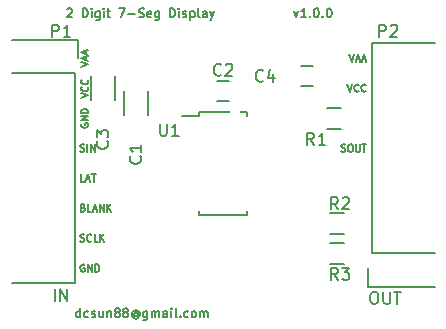
<source format=gbr>
G04 #@! TF.FileFunction,Legend,Top*
%FSLAX46Y46*%
G04 Gerber Fmt 4.6, Leading zero omitted, Abs format (unit mm)*
G04 Created by KiCad (PCBNEW (2015-06-05 BZR 5717)-product) date Sat Jul 11 20:53:22 2015*
%MOMM*%
G01*
G04 APERTURE LIST*
%ADD10C,0.100000*%
%ADD11C,0.150000*%
%ADD12R,1.600000X2.000000*%
%ADD13R,1.500000X1.250000*%
%ADD14R,1.500000X1.300000*%
%ADD15R,1.600000X0.400000*%
%ADD16R,1.400000X1.400000*%
%ADD17C,1.400000*%
%ADD18R,4.064000X1.778000*%
%ADD19R,2.032000X1.778000*%
%ADD20C,0.889000*%
%ADD21C,1.016000*%
G04 APERTURE END LIST*
D10*
D11*
X157242000Y-105624381D02*
X157432477Y-105624381D01*
X157527715Y-105672000D01*
X157622953Y-105767238D01*
X157670572Y-105957714D01*
X157670572Y-106291048D01*
X157622953Y-106481524D01*
X157527715Y-106576762D01*
X157432477Y-106624381D01*
X157242000Y-106624381D01*
X157146762Y-106576762D01*
X157051524Y-106481524D01*
X157003905Y-106291048D01*
X157003905Y-105957714D01*
X157051524Y-105767238D01*
X157146762Y-105672000D01*
X157242000Y-105624381D01*
X158099143Y-105624381D02*
X158099143Y-106433905D01*
X158146762Y-106529143D01*
X158194381Y-106576762D01*
X158289619Y-106624381D01*
X158480096Y-106624381D01*
X158575334Y-106576762D01*
X158622953Y-106529143D01*
X158670572Y-106433905D01*
X158670572Y-105624381D01*
X159003905Y-105624381D02*
X159575334Y-105624381D01*
X159289619Y-106624381D02*
X159289619Y-105624381D01*
X130286191Y-106370381D02*
X130286191Y-105370381D01*
X130762381Y-106370381D02*
X130762381Y-105370381D01*
X131333810Y-106370381D01*
X131333810Y-105370381D01*
X132513429Y-86566286D02*
X133113429Y-86366286D01*
X132513429Y-86166286D01*
X132942000Y-85994857D02*
X132942000Y-85709143D01*
X133113429Y-86052000D02*
X132513429Y-85852000D01*
X133113429Y-85652000D01*
X132942000Y-85480571D02*
X132942000Y-85194857D01*
X133113429Y-85537714D02*
X132513429Y-85337714D01*
X133113429Y-85137714D01*
X132513429Y-89192000D02*
X133113429Y-88992000D01*
X132513429Y-88792000D01*
X133056286Y-88249143D02*
X133084857Y-88277714D01*
X133113429Y-88363428D01*
X133113429Y-88420571D01*
X133084857Y-88506286D01*
X133027714Y-88563428D01*
X132970571Y-88592000D01*
X132856286Y-88620571D01*
X132770571Y-88620571D01*
X132656286Y-88592000D01*
X132599143Y-88563428D01*
X132542000Y-88506286D01*
X132513429Y-88420571D01*
X132513429Y-88363428D01*
X132542000Y-88277714D01*
X132570571Y-88249143D01*
X133056286Y-87649143D02*
X133084857Y-87677714D01*
X133113429Y-87763428D01*
X133113429Y-87820571D01*
X133084857Y-87906286D01*
X133027714Y-87963428D01*
X132970571Y-87992000D01*
X132856286Y-88020571D01*
X132770571Y-88020571D01*
X132656286Y-87992000D01*
X132599143Y-87963428D01*
X132542000Y-87906286D01*
X132513429Y-87820571D01*
X132513429Y-87763428D01*
X132542000Y-87677714D01*
X132570571Y-87649143D01*
X150538857Y-81881286D02*
X150717428Y-82381286D01*
X150896000Y-81881286D01*
X151574572Y-82381286D02*
X151146000Y-82381286D01*
X151360286Y-82381286D02*
X151360286Y-81631286D01*
X151288857Y-81738429D01*
X151217429Y-81809857D01*
X151146000Y-81845571D01*
X151896000Y-82309857D02*
X151931715Y-82345571D01*
X151896000Y-82381286D01*
X151860286Y-82345571D01*
X151896000Y-82309857D01*
X151896000Y-82381286D01*
X152396001Y-81631286D02*
X152467429Y-81631286D01*
X152538858Y-81667000D01*
X152574572Y-81702714D01*
X152610286Y-81774143D01*
X152646001Y-81917000D01*
X152646001Y-82095571D01*
X152610286Y-82238429D01*
X152574572Y-82309857D01*
X152538858Y-82345571D01*
X152467429Y-82381286D01*
X152396001Y-82381286D01*
X152324572Y-82345571D01*
X152288858Y-82309857D01*
X152253143Y-82238429D01*
X152217429Y-82095571D01*
X152217429Y-81917000D01*
X152253143Y-81774143D01*
X152288858Y-81702714D01*
X152324572Y-81667000D01*
X152396001Y-81631286D01*
X152967429Y-82309857D02*
X153003144Y-82345571D01*
X152967429Y-82381286D01*
X152931715Y-82345571D01*
X152967429Y-82309857D01*
X152967429Y-82381286D01*
X153467430Y-81631286D02*
X153538858Y-81631286D01*
X153610287Y-81667000D01*
X153646001Y-81702714D01*
X153681715Y-81774143D01*
X153717430Y-81917000D01*
X153717430Y-82095571D01*
X153681715Y-82238429D01*
X153646001Y-82309857D01*
X153610287Y-82345571D01*
X153538858Y-82381286D01*
X153467430Y-82381286D01*
X153396001Y-82345571D01*
X153360287Y-82309857D01*
X153324572Y-82238429D01*
X153288858Y-82095571D01*
X153288858Y-81917000D01*
X153324572Y-81774143D01*
X153360287Y-81702714D01*
X153396001Y-81667000D01*
X153467430Y-81631286D01*
X131326714Y-81702714D02*
X131362428Y-81667000D01*
X131433857Y-81631286D01*
X131612428Y-81631286D01*
X131683857Y-81667000D01*
X131719571Y-81702714D01*
X131755286Y-81774143D01*
X131755286Y-81845571D01*
X131719571Y-81952714D01*
X131291000Y-82381286D01*
X131755286Y-82381286D01*
X132648143Y-82381286D02*
X132648143Y-81631286D01*
X132826715Y-81631286D01*
X132933858Y-81667000D01*
X133005286Y-81738429D01*
X133041001Y-81809857D01*
X133076715Y-81952714D01*
X133076715Y-82059857D01*
X133041001Y-82202714D01*
X133005286Y-82274143D01*
X132933858Y-82345571D01*
X132826715Y-82381286D01*
X132648143Y-82381286D01*
X133398143Y-82381286D02*
X133398143Y-81881286D01*
X133398143Y-81631286D02*
X133362429Y-81667000D01*
X133398143Y-81702714D01*
X133433858Y-81667000D01*
X133398143Y-81631286D01*
X133398143Y-81702714D01*
X134076715Y-81881286D02*
X134076715Y-82488429D01*
X134041001Y-82559857D01*
X134005286Y-82595571D01*
X133933858Y-82631286D01*
X133826715Y-82631286D01*
X133755286Y-82595571D01*
X134076715Y-82345571D02*
X134005286Y-82381286D01*
X133862429Y-82381286D01*
X133791001Y-82345571D01*
X133755286Y-82309857D01*
X133719572Y-82238429D01*
X133719572Y-82024143D01*
X133755286Y-81952714D01*
X133791001Y-81917000D01*
X133862429Y-81881286D01*
X134005286Y-81881286D01*
X134076715Y-81917000D01*
X134433857Y-82381286D02*
X134433857Y-81881286D01*
X134433857Y-81631286D02*
X134398143Y-81667000D01*
X134433857Y-81702714D01*
X134469572Y-81667000D01*
X134433857Y-81631286D01*
X134433857Y-81702714D01*
X134683858Y-81881286D02*
X134969572Y-81881286D01*
X134791000Y-81631286D02*
X134791000Y-82274143D01*
X134826715Y-82345571D01*
X134898143Y-82381286D01*
X134969572Y-82381286D01*
X135719572Y-81631286D02*
X136219572Y-81631286D01*
X135898143Y-82381286D01*
X136505286Y-82095571D02*
X137076715Y-82095571D01*
X137398143Y-82345571D02*
X137505286Y-82381286D01*
X137683857Y-82381286D01*
X137755286Y-82345571D01*
X137791000Y-82309857D01*
X137826715Y-82238429D01*
X137826715Y-82167000D01*
X137791000Y-82095571D01*
X137755286Y-82059857D01*
X137683857Y-82024143D01*
X137541000Y-81988429D01*
X137469572Y-81952714D01*
X137433857Y-81917000D01*
X137398143Y-81845571D01*
X137398143Y-81774143D01*
X137433857Y-81702714D01*
X137469572Y-81667000D01*
X137541000Y-81631286D01*
X137719572Y-81631286D01*
X137826715Y-81667000D01*
X138433858Y-82345571D02*
X138362429Y-82381286D01*
X138219572Y-82381286D01*
X138148143Y-82345571D01*
X138112429Y-82274143D01*
X138112429Y-81988429D01*
X138148143Y-81917000D01*
X138219572Y-81881286D01*
X138362429Y-81881286D01*
X138433858Y-81917000D01*
X138469572Y-81988429D01*
X138469572Y-82059857D01*
X138112429Y-82131286D01*
X139112429Y-81881286D02*
X139112429Y-82488429D01*
X139076715Y-82559857D01*
X139041000Y-82595571D01*
X138969572Y-82631286D01*
X138862429Y-82631286D01*
X138791000Y-82595571D01*
X139112429Y-82345571D02*
X139041000Y-82381286D01*
X138898143Y-82381286D01*
X138826715Y-82345571D01*
X138791000Y-82309857D01*
X138755286Y-82238429D01*
X138755286Y-82024143D01*
X138791000Y-81952714D01*
X138826715Y-81917000D01*
X138898143Y-81881286D01*
X139041000Y-81881286D01*
X139112429Y-81917000D01*
X140041000Y-82381286D02*
X140041000Y-81631286D01*
X140219572Y-81631286D01*
X140326715Y-81667000D01*
X140398143Y-81738429D01*
X140433858Y-81809857D01*
X140469572Y-81952714D01*
X140469572Y-82059857D01*
X140433858Y-82202714D01*
X140398143Y-82274143D01*
X140326715Y-82345571D01*
X140219572Y-82381286D01*
X140041000Y-82381286D01*
X140791000Y-82381286D02*
X140791000Y-81881286D01*
X140791000Y-81631286D02*
X140755286Y-81667000D01*
X140791000Y-81702714D01*
X140826715Y-81667000D01*
X140791000Y-81631286D01*
X140791000Y-81702714D01*
X141112429Y-82345571D02*
X141183858Y-82381286D01*
X141326715Y-82381286D01*
X141398143Y-82345571D01*
X141433858Y-82274143D01*
X141433858Y-82238429D01*
X141398143Y-82167000D01*
X141326715Y-82131286D01*
X141219572Y-82131286D01*
X141148143Y-82095571D01*
X141112429Y-82024143D01*
X141112429Y-81988429D01*
X141148143Y-81917000D01*
X141219572Y-81881286D01*
X141326715Y-81881286D01*
X141398143Y-81917000D01*
X141755286Y-81881286D02*
X141755286Y-82631286D01*
X141755286Y-81917000D02*
X141826715Y-81881286D01*
X141969572Y-81881286D01*
X142041001Y-81917000D01*
X142076715Y-81952714D01*
X142112429Y-82024143D01*
X142112429Y-82238429D01*
X142076715Y-82309857D01*
X142041001Y-82345571D01*
X141969572Y-82381286D01*
X141826715Y-82381286D01*
X141755286Y-82345571D01*
X142541000Y-82381286D02*
X142469572Y-82345571D01*
X142433857Y-82274143D01*
X142433857Y-81631286D01*
X143148143Y-82381286D02*
X143148143Y-81988429D01*
X143112429Y-81917000D01*
X143041000Y-81881286D01*
X142898143Y-81881286D01*
X142826714Y-81917000D01*
X143148143Y-82345571D02*
X143076714Y-82381286D01*
X142898143Y-82381286D01*
X142826714Y-82345571D01*
X142791000Y-82274143D01*
X142791000Y-82202714D01*
X142826714Y-82131286D01*
X142898143Y-82095571D01*
X143076714Y-82095571D01*
X143148143Y-82059857D01*
X143433857Y-81881286D02*
X143612428Y-82381286D01*
X143791000Y-81881286D02*
X143612428Y-82381286D01*
X143541000Y-82559857D01*
X143505285Y-82595571D01*
X143433857Y-82631286D01*
X132435858Y-107781286D02*
X132435858Y-107031286D01*
X132435858Y-107745571D02*
X132364429Y-107781286D01*
X132221572Y-107781286D01*
X132150144Y-107745571D01*
X132114429Y-107709857D01*
X132078715Y-107638429D01*
X132078715Y-107424143D01*
X132114429Y-107352714D01*
X132150144Y-107317000D01*
X132221572Y-107281286D01*
X132364429Y-107281286D01*
X132435858Y-107317000D01*
X133114429Y-107745571D02*
X133043000Y-107781286D01*
X132900143Y-107781286D01*
X132828715Y-107745571D01*
X132793000Y-107709857D01*
X132757286Y-107638429D01*
X132757286Y-107424143D01*
X132793000Y-107352714D01*
X132828715Y-107317000D01*
X132900143Y-107281286D01*
X133043000Y-107281286D01*
X133114429Y-107317000D01*
X133400143Y-107745571D02*
X133471572Y-107781286D01*
X133614429Y-107781286D01*
X133685857Y-107745571D01*
X133721572Y-107674143D01*
X133721572Y-107638429D01*
X133685857Y-107567000D01*
X133614429Y-107531286D01*
X133507286Y-107531286D01*
X133435857Y-107495571D01*
X133400143Y-107424143D01*
X133400143Y-107388429D01*
X133435857Y-107317000D01*
X133507286Y-107281286D01*
X133614429Y-107281286D01*
X133685857Y-107317000D01*
X134364429Y-107281286D02*
X134364429Y-107781286D01*
X134043000Y-107281286D02*
X134043000Y-107674143D01*
X134078715Y-107745571D01*
X134150143Y-107781286D01*
X134257286Y-107781286D01*
X134328715Y-107745571D01*
X134364429Y-107709857D01*
X134721571Y-107281286D02*
X134721571Y-107781286D01*
X134721571Y-107352714D02*
X134757286Y-107317000D01*
X134828714Y-107281286D01*
X134935857Y-107281286D01*
X135007286Y-107317000D01*
X135043000Y-107388429D01*
X135043000Y-107781286D01*
X135507285Y-107352714D02*
X135435857Y-107317000D01*
X135400142Y-107281286D01*
X135364428Y-107209857D01*
X135364428Y-107174143D01*
X135400142Y-107102714D01*
X135435857Y-107067000D01*
X135507285Y-107031286D01*
X135650142Y-107031286D01*
X135721571Y-107067000D01*
X135757285Y-107102714D01*
X135793000Y-107174143D01*
X135793000Y-107209857D01*
X135757285Y-107281286D01*
X135721571Y-107317000D01*
X135650142Y-107352714D01*
X135507285Y-107352714D01*
X135435857Y-107388429D01*
X135400142Y-107424143D01*
X135364428Y-107495571D01*
X135364428Y-107638429D01*
X135400142Y-107709857D01*
X135435857Y-107745571D01*
X135507285Y-107781286D01*
X135650142Y-107781286D01*
X135721571Y-107745571D01*
X135757285Y-107709857D01*
X135793000Y-107638429D01*
X135793000Y-107495571D01*
X135757285Y-107424143D01*
X135721571Y-107388429D01*
X135650142Y-107352714D01*
X136221571Y-107352714D02*
X136150143Y-107317000D01*
X136114428Y-107281286D01*
X136078714Y-107209857D01*
X136078714Y-107174143D01*
X136114428Y-107102714D01*
X136150143Y-107067000D01*
X136221571Y-107031286D01*
X136364428Y-107031286D01*
X136435857Y-107067000D01*
X136471571Y-107102714D01*
X136507286Y-107174143D01*
X136507286Y-107209857D01*
X136471571Y-107281286D01*
X136435857Y-107317000D01*
X136364428Y-107352714D01*
X136221571Y-107352714D01*
X136150143Y-107388429D01*
X136114428Y-107424143D01*
X136078714Y-107495571D01*
X136078714Y-107638429D01*
X136114428Y-107709857D01*
X136150143Y-107745571D01*
X136221571Y-107781286D01*
X136364428Y-107781286D01*
X136435857Y-107745571D01*
X136471571Y-107709857D01*
X136507286Y-107638429D01*
X136507286Y-107495571D01*
X136471571Y-107424143D01*
X136435857Y-107388429D01*
X136364428Y-107352714D01*
X137293000Y-107424143D02*
X137257286Y-107388429D01*
X137185857Y-107352714D01*
X137114429Y-107352714D01*
X137043000Y-107388429D01*
X137007286Y-107424143D01*
X136971572Y-107495571D01*
X136971572Y-107567000D01*
X137007286Y-107638429D01*
X137043000Y-107674143D01*
X137114429Y-107709857D01*
X137185857Y-107709857D01*
X137257286Y-107674143D01*
X137293000Y-107638429D01*
X137293000Y-107352714D02*
X137293000Y-107638429D01*
X137328714Y-107674143D01*
X137364429Y-107674143D01*
X137435857Y-107638429D01*
X137471572Y-107567000D01*
X137471572Y-107388429D01*
X137400143Y-107281286D01*
X137293000Y-107209857D01*
X137150143Y-107174143D01*
X137007286Y-107209857D01*
X136900143Y-107281286D01*
X136828714Y-107388429D01*
X136793000Y-107531286D01*
X136828714Y-107674143D01*
X136900143Y-107781286D01*
X137007286Y-107852714D01*
X137150143Y-107888429D01*
X137293000Y-107852714D01*
X137400143Y-107781286D01*
X138114429Y-107281286D02*
X138114429Y-107888429D01*
X138078715Y-107959857D01*
X138043000Y-107995571D01*
X137971572Y-108031286D01*
X137864429Y-108031286D01*
X137793000Y-107995571D01*
X138114429Y-107745571D02*
X138043000Y-107781286D01*
X137900143Y-107781286D01*
X137828715Y-107745571D01*
X137793000Y-107709857D01*
X137757286Y-107638429D01*
X137757286Y-107424143D01*
X137793000Y-107352714D01*
X137828715Y-107317000D01*
X137900143Y-107281286D01*
X138043000Y-107281286D01*
X138114429Y-107317000D01*
X138471571Y-107781286D02*
X138471571Y-107281286D01*
X138471571Y-107352714D02*
X138507286Y-107317000D01*
X138578714Y-107281286D01*
X138685857Y-107281286D01*
X138757286Y-107317000D01*
X138793000Y-107388429D01*
X138793000Y-107781286D01*
X138793000Y-107388429D02*
X138828714Y-107317000D01*
X138900143Y-107281286D01*
X139007286Y-107281286D01*
X139078714Y-107317000D01*
X139114429Y-107388429D01*
X139114429Y-107781286D01*
X139793000Y-107781286D02*
X139793000Y-107388429D01*
X139757286Y-107317000D01*
X139685857Y-107281286D01*
X139543000Y-107281286D01*
X139471571Y-107317000D01*
X139793000Y-107745571D02*
X139721571Y-107781286D01*
X139543000Y-107781286D01*
X139471571Y-107745571D01*
X139435857Y-107674143D01*
X139435857Y-107602714D01*
X139471571Y-107531286D01*
X139543000Y-107495571D01*
X139721571Y-107495571D01*
X139793000Y-107459857D01*
X140150142Y-107781286D02*
X140150142Y-107281286D01*
X140150142Y-107031286D02*
X140114428Y-107067000D01*
X140150142Y-107102714D01*
X140185857Y-107067000D01*
X140150142Y-107031286D01*
X140150142Y-107102714D01*
X140614428Y-107781286D02*
X140543000Y-107745571D01*
X140507285Y-107674143D01*
X140507285Y-107031286D01*
X140900142Y-107709857D02*
X140935857Y-107745571D01*
X140900142Y-107781286D01*
X140864428Y-107745571D01*
X140900142Y-107709857D01*
X140900142Y-107781286D01*
X141578714Y-107745571D02*
X141507285Y-107781286D01*
X141364428Y-107781286D01*
X141293000Y-107745571D01*
X141257285Y-107709857D01*
X141221571Y-107638429D01*
X141221571Y-107424143D01*
X141257285Y-107352714D01*
X141293000Y-107317000D01*
X141364428Y-107281286D01*
X141507285Y-107281286D01*
X141578714Y-107317000D01*
X142007285Y-107781286D02*
X141935857Y-107745571D01*
X141900142Y-107709857D01*
X141864428Y-107638429D01*
X141864428Y-107424143D01*
X141900142Y-107352714D01*
X141935857Y-107317000D01*
X142007285Y-107281286D01*
X142114428Y-107281286D01*
X142185857Y-107317000D01*
X142221571Y-107352714D01*
X142257285Y-107424143D01*
X142257285Y-107638429D01*
X142221571Y-107709857D01*
X142185857Y-107745571D01*
X142114428Y-107781286D01*
X142007285Y-107781286D01*
X142578713Y-107781286D02*
X142578713Y-107281286D01*
X142578713Y-107352714D02*
X142614428Y-107317000D01*
X142685856Y-107281286D01*
X142792999Y-107281286D01*
X142864428Y-107317000D01*
X142900142Y-107388429D01*
X142900142Y-107781286D01*
X142900142Y-107388429D02*
X142935856Y-107317000D01*
X143007285Y-107281286D01*
X143114428Y-107281286D01*
X143185856Y-107317000D01*
X143221571Y-107388429D01*
X143221571Y-107781286D01*
X154546572Y-93714857D02*
X154632286Y-93743429D01*
X154775143Y-93743429D01*
X154832286Y-93714857D01*
X154860857Y-93686286D01*
X154889429Y-93629143D01*
X154889429Y-93572000D01*
X154860857Y-93514857D01*
X154832286Y-93486286D01*
X154775143Y-93457714D01*
X154660857Y-93429143D01*
X154603715Y-93400571D01*
X154575143Y-93372000D01*
X154546572Y-93314857D01*
X154546572Y-93257714D01*
X154575143Y-93200571D01*
X154603715Y-93172000D01*
X154660857Y-93143429D01*
X154803715Y-93143429D01*
X154889429Y-93172000D01*
X155260858Y-93143429D02*
X155375144Y-93143429D01*
X155432286Y-93172000D01*
X155489429Y-93229143D01*
X155518001Y-93343429D01*
X155518001Y-93543429D01*
X155489429Y-93657714D01*
X155432286Y-93714857D01*
X155375144Y-93743429D01*
X155260858Y-93743429D01*
X155203715Y-93714857D01*
X155146572Y-93657714D01*
X155118001Y-93543429D01*
X155118001Y-93343429D01*
X155146572Y-93229143D01*
X155203715Y-93172000D01*
X155260858Y-93143429D01*
X155775143Y-93143429D02*
X155775143Y-93629143D01*
X155803715Y-93686286D01*
X155832286Y-93714857D01*
X155889429Y-93743429D01*
X156003715Y-93743429D01*
X156060857Y-93714857D01*
X156089429Y-93686286D01*
X156118000Y-93629143D01*
X156118000Y-93143429D01*
X156318000Y-93143429D02*
X156660857Y-93143429D01*
X156489428Y-93743429D02*
X156489428Y-93143429D01*
X155232285Y-85523429D02*
X155432285Y-86123429D01*
X155632285Y-85523429D01*
X155803714Y-85952000D02*
X156089428Y-85952000D01*
X155746571Y-86123429D02*
X155946571Y-85523429D01*
X156146571Y-86123429D01*
X156318000Y-85952000D02*
X156603714Y-85952000D01*
X156260857Y-86123429D02*
X156460857Y-85523429D01*
X156660857Y-86123429D01*
X155060857Y-88063429D02*
X155260857Y-88663429D01*
X155460857Y-88063429D01*
X156003714Y-88606286D02*
X155975143Y-88634857D01*
X155889429Y-88663429D01*
X155832286Y-88663429D01*
X155746571Y-88634857D01*
X155689429Y-88577714D01*
X155660857Y-88520571D01*
X155632286Y-88406286D01*
X155632286Y-88320571D01*
X155660857Y-88206286D01*
X155689429Y-88149143D01*
X155746571Y-88092000D01*
X155832286Y-88063429D01*
X155889429Y-88063429D01*
X155975143Y-88092000D01*
X156003714Y-88120571D01*
X156603714Y-88606286D02*
X156575143Y-88634857D01*
X156489429Y-88663429D01*
X156432286Y-88663429D01*
X156346571Y-88634857D01*
X156289429Y-88577714D01*
X156260857Y-88520571D01*
X156232286Y-88406286D01*
X156232286Y-88320571D01*
X156260857Y-88206286D01*
X156289429Y-88149143D01*
X156346571Y-88092000D01*
X156432286Y-88063429D01*
X156489429Y-88063429D01*
X156575143Y-88092000D01*
X156603714Y-88120571D01*
X132542000Y-91389142D02*
X132513429Y-91446285D01*
X132513429Y-91531999D01*
X132542000Y-91617714D01*
X132599143Y-91674856D01*
X132656286Y-91703428D01*
X132770571Y-91731999D01*
X132856286Y-91731999D01*
X132970571Y-91703428D01*
X133027714Y-91674856D01*
X133084857Y-91617714D01*
X133113429Y-91531999D01*
X133113429Y-91474856D01*
X133084857Y-91389142D01*
X133056286Y-91360571D01*
X132856286Y-91360571D01*
X132856286Y-91474856D01*
X133113429Y-91103428D02*
X132513429Y-91103428D01*
X133113429Y-90760571D01*
X132513429Y-90760571D01*
X133113429Y-90474857D02*
X132513429Y-90474857D01*
X132513429Y-90332000D01*
X132542000Y-90246285D01*
X132599143Y-90189143D01*
X132656286Y-90160571D01*
X132770571Y-90132000D01*
X132856286Y-90132000D01*
X132970571Y-90160571D01*
X133027714Y-90189143D01*
X133084857Y-90246285D01*
X133113429Y-90332000D01*
X133113429Y-90474857D01*
X132448286Y-93714857D02*
X132534000Y-93743429D01*
X132676857Y-93743429D01*
X132734000Y-93714857D01*
X132762571Y-93686286D01*
X132791143Y-93629143D01*
X132791143Y-93572000D01*
X132762571Y-93514857D01*
X132734000Y-93486286D01*
X132676857Y-93457714D01*
X132562571Y-93429143D01*
X132505429Y-93400571D01*
X132476857Y-93372000D01*
X132448286Y-93314857D01*
X132448286Y-93257714D01*
X132476857Y-93200571D01*
X132505429Y-93172000D01*
X132562571Y-93143429D01*
X132705429Y-93143429D01*
X132791143Y-93172000D01*
X133048286Y-93743429D02*
X133048286Y-93143429D01*
X133334000Y-93743429D02*
X133334000Y-93143429D01*
X133676857Y-93743429D01*
X133676857Y-93143429D01*
X132762571Y-96283429D02*
X132476857Y-96283429D01*
X132476857Y-95683429D01*
X132934000Y-96112000D02*
X133219714Y-96112000D01*
X132876857Y-96283429D02*
X133076857Y-95683429D01*
X133276857Y-96283429D01*
X133391143Y-95683429D02*
X133734000Y-95683429D01*
X133562571Y-96283429D02*
X133562571Y-95683429D01*
X132676857Y-98509143D02*
X132762571Y-98537714D01*
X132791143Y-98566286D01*
X132819714Y-98623429D01*
X132819714Y-98709143D01*
X132791143Y-98766286D01*
X132762571Y-98794857D01*
X132705429Y-98823429D01*
X132476857Y-98823429D01*
X132476857Y-98223429D01*
X132676857Y-98223429D01*
X132734000Y-98252000D01*
X132762571Y-98280571D01*
X132791143Y-98337714D01*
X132791143Y-98394857D01*
X132762571Y-98452000D01*
X132734000Y-98480571D01*
X132676857Y-98509143D01*
X132476857Y-98509143D01*
X133362571Y-98823429D02*
X133076857Y-98823429D01*
X133076857Y-98223429D01*
X133534000Y-98652000D02*
X133819714Y-98652000D01*
X133476857Y-98823429D02*
X133676857Y-98223429D01*
X133876857Y-98823429D01*
X134076857Y-98823429D02*
X134076857Y-98223429D01*
X134419714Y-98823429D01*
X134419714Y-98223429D01*
X134705428Y-98823429D02*
X134705428Y-98223429D01*
X135048285Y-98823429D02*
X134791142Y-98480571D01*
X135048285Y-98223429D02*
X134705428Y-98566286D01*
X132448286Y-101334857D02*
X132534000Y-101363429D01*
X132676857Y-101363429D01*
X132734000Y-101334857D01*
X132762571Y-101306286D01*
X132791143Y-101249143D01*
X132791143Y-101192000D01*
X132762571Y-101134857D01*
X132734000Y-101106286D01*
X132676857Y-101077714D01*
X132562571Y-101049143D01*
X132505429Y-101020571D01*
X132476857Y-100992000D01*
X132448286Y-100934857D01*
X132448286Y-100877714D01*
X132476857Y-100820571D01*
X132505429Y-100792000D01*
X132562571Y-100763429D01*
X132705429Y-100763429D01*
X132791143Y-100792000D01*
X133391143Y-101306286D02*
X133362572Y-101334857D01*
X133276858Y-101363429D01*
X133219715Y-101363429D01*
X133134000Y-101334857D01*
X133076858Y-101277714D01*
X133048286Y-101220571D01*
X133019715Y-101106286D01*
X133019715Y-101020571D01*
X133048286Y-100906286D01*
X133076858Y-100849143D01*
X133134000Y-100792000D01*
X133219715Y-100763429D01*
X133276858Y-100763429D01*
X133362572Y-100792000D01*
X133391143Y-100820571D01*
X133934000Y-101363429D02*
X133648286Y-101363429D01*
X133648286Y-100763429D01*
X134134000Y-101363429D02*
X134134000Y-100763429D01*
X134476857Y-101363429D02*
X134219714Y-101020571D01*
X134476857Y-100763429D02*
X134134000Y-101106286D01*
X132791143Y-103332000D02*
X132734000Y-103303429D01*
X132648286Y-103303429D01*
X132562571Y-103332000D01*
X132505429Y-103389143D01*
X132476857Y-103446286D01*
X132448286Y-103560571D01*
X132448286Y-103646286D01*
X132476857Y-103760571D01*
X132505429Y-103817714D01*
X132562571Y-103874857D01*
X132648286Y-103903429D01*
X132705429Y-103903429D01*
X132791143Y-103874857D01*
X132819714Y-103846286D01*
X132819714Y-103646286D01*
X132705429Y-103646286D01*
X133076857Y-103903429D02*
X133076857Y-103303429D01*
X133419714Y-103903429D01*
X133419714Y-103303429D01*
X133705428Y-103903429D02*
X133705428Y-103303429D01*
X133848285Y-103303429D01*
X133934000Y-103332000D01*
X133991142Y-103389143D01*
X134019714Y-103446286D01*
X134048285Y-103560571D01*
X134048285Y-103646286D01*
X134019714Y-103760571D01*
X133991142Y-103817714D01*
X133934000Y-103874857D01*
X133848285Y-103903429D01*
X133705428Y-103903429D01*
X138185000Y-90662000D02*
X138185000Y-88662000D01*
X136135000Y-88662000D02*
X136135000Y-90662000D01*
X144026000Y-89496000D02*
X145026000Y-89496000D01*
X145026000Y-87796000D02*
X144026000Y-87796000D01*
X135391000Y-89392000D02*
X135391000Y-87392000D01*
X133341000Y-87392000D02*
X133341000Y-89392000D01*
X152138000Y-86526000D02*
X151138000Y-86526000D01*
X151138000Y-88226000D02*
X152138000Y-88226000D01*
X154524000Y-91807000D02*
X153324000Y-91807000D01*
X153324000Y-90057000D02*
X154524000Y-90057000D01*
X154778000Y-100697000D02*
X153578000Y-100697000D01*
X153578000Y-98947000D02*
X154778000Y-98947000D01*
X153578000Y-101487000D02*
X154778000Y-101487000D01*
X154778000Y-103237000D02*
X153578000Y-103237000D01*
X142526000Y-90359500D02*
X142526000Y-90724500D01*
X146526000Y-90359500D02*
X146526000Y-90724500D01*
X146526000Y-99124500D02*
X146526000Y-98759500D01*
X142526000Y-99124500D02*
X142526000Y-98759500D01*
X142526000Y-90359500D02*
X146526000Y-90359500D01*
X142526000Y-99124500D02*
X146526000Y-99124500D01*
X142526000Y-90724500D02*
X141026000Y-90724500D01*
X131953000Y-87122000D02*
X131953000Y-104902000D01*
X131953000Y-104902000D02*
X126619000Y-104902000D01*
X132233000Y-84302000D02*
X132233000Y-85852000D01*
X131953000Y-87122000D02*
X126619000Y-87122000D01*
X126619000Y-84302000D02*
X132233000Y-84302000D01*
X157099000Y-102362000D02*
X157099000Y-84582000D01*
X157099000Y-84582000D02*
X162433000Y-84582000D01*
X156819000Y-105182000D02*
X156819000Y-103632000D01*
X157099000Y-102362000D02*
X162433000Y-102362000D01*
X162433000Y-105182000D02*
X156819000Y-105182000D01*
X137517143Y-94146666D02*
X137564762Y-94194285D01*
X137612381Y-94337142D01*
X137612381Y-94432380D01*
X137564762Y-94575238D01*
X137469524Y-94670476D01*
X137374286Y-94718095D01*
X137183810Y-94765714D01*
X137040952Y-94765714D01*
X136850476Y-94718095D01*
X136755238Y-94670476D01*
X136660000Y-94575238D01*
X136612381Y-94432380D01*
X136612381Y-94337142D01*
X136660000Y-94194285D01*
X136707619Y-94146666D01*
X137612381Y-93194285D02*
X137612381Y-93765714D01*
X137612381Y-93480000D02*
X136612381Y-93480000D01*
X136755238Y-93575238D01*
X136850476Y-93670476D01*
X136898095Y-93765714D01*
X144359334Y-87225143D02*
X144311715Y-87272762D01*
X144168858Y-87320381D01*
X144073620Y-87320381D01*
X143930762Y-87272762D01*
X143835524Y-87177524D01*
X143787905Y-87082286D01*
X143740286Y-86891810D01*
X143740286Y-86748952D01*
X143787905Y-86558476D01*
X143835524Y-86463238D01*
X143930762Y-86368000D01*
X144073620Y-86320381D01*
X144168858Y-86320381D01*
X144311715Y-86368000D01*
X144359334Y-86415619D01*
X144740286Y-86415619D02*
X144787905Y-86368000D01*
X144883143Y-86320381D01*
X145121239Y-86320381D01*
X145216477Y-86368000D01*
X145264096Y-86415619D01*
X145311715Y-86510857D01*
X145311715Y-86606095D01*
X145264096Y-86748952D01*
X144692667Y-87320381D01*
X145311715Y-87320381D01*
X134723143Y-92876666D02*
X134770762Y-92924285D01*
X134818381Y-93067142D01*
X134818381Y-93162380D01*
X134770762Y-93305238D01*
X134675524Y-93400476D01*
X134580286Y-93448095D01*
X134389810Y-93495714D01*
X134246952Y-93495714D01*
X134056476Y-93448095D01*
X133961238Y-93400476D01*
X133866000Y-93305238D01*
X133818381Y-93162380D01*
X133818381Y-93067142D01*
X133866000Y-92924285D01*
X133913619Y-92876666D01*
X133818381Y-92543333D02*
X133818381Y-91924285D01*
X134199333Y-92257619D01*
X134199333Y-92114761D01*
X134246952Y-92019523D01*
X134294571Y-91971904D01*
X134389810Y-91924285D01*
X134627905Y-91924285D01*
X134723143Y-91971904D01*
X134770762Y-92019523D01*
X134818381Y-92114761D01*
X134818381Y-92400476D01*
X134770762Y-92495714D01*
X134723143Y-92543333D01*
X147915334Y-87733143D02*
X147867715Y-87780762D01*
X147724858Y-87828381D01*
X147629620Y-87828381D01*
X147486762Y-87780762D01*
X147391524Y-87685524D01*
X147343905Y-87590286D01*
X147296286Y-87399810D01*
X147296286Y-87256952D01*
X147343905Y-87066476D01*
X147391524Y-86971238D01*
X147486762Y-86876000D01*
X147629620Y-86828381D01*
X147724858Y-86828381D01*
X147867715Y-86876000D01*
X147915334Y-86923619D01*
X148772477Y-87161714D02*
X148772477Y-87828381D01*
X148534381Y-86780762D02*
X148296286Y-87495048D01*
X148915334Y-87495048D01*
X152233334Y-93162381D02*
X151900000Y-92686190D01*
X151661905Y-93162381D02*
X151661905Y-92162381D01*
X152042858Y-92162381D01*
X152138096Y-92210000D01*
X152185715Y-92257619D01*
X152233334Y-92352857D01*
X152233334Y-92495714D01*
X152185715Y-92590952D01*
X152138096Y-92638571D01*
X152042858Y-92686190D01*
X151661905Y-92686190D01*
X153185715Y-93162381D02*
X152614286Y-93162381D01*
X152900000Y-93162381D02*
X152900000Y-92162381D01*
X152804762Y-92305238D01*
X152709524Y-92400476D01*
X152614286Y-92448095D01*
X154265334Y-98623381D02*
X153932000Y-98147190D01*
X153693905Y-98623381D02*
X153693905Y-97623381D01*
X154074858Y-97623381D01*
X154170096Y-97671000D01*
X154217715Y-97718619D01*
X154265334Y-97813857D01*
X154265334Y-97956714D01*
X154217715Y-98051952D01*
X154170096Y-98099571D01*
X154074858Y-98147190D01*
X153693905Y-98147190D01*
X154646286Y-97718619D02*
X154693905Y-97671000D01*
X154789143Y-97623381D01*
X155027239Y-97623381D01*
X155122477Y-97671000D01*
X155170096Y-97718619D01*
X155217715Y-97813857D01*
X155217715Y-97909095D01*
X155170096Y-98051952D01*
X154598667Y-98623381D01*
X155217715Y-98623381D01*
X154265334Y-104592381D02*
X153932000Y-104116190D01*
X153693905Y-104592381D02*
X153693905Y-103592381D01*
X154074858Y-103592381D01*
X154170096Y-103640000D01*
X154217715Y-103687619D01*
X154265334Y-103782857D01*
X154265334Y-103925714D01*
X154217715Y-104020952D01*
X154170096Y-104068571D01*
X154074858Y-104116190D01*
X153693905Y-104116190D01*
X154598667Y-103592381D02*
X155217715Y-103592381D01*
X154884381Y-103973333D01*
X155027239Y-103973333D01*
X155122477Y-104020952D01*
X155170096Y-104068571D01*
X155217715Y-104163810D01*
X155217715Y-104401905D01*
X155170096Y-104497143D01*
X155122477Y-104544762D01*
X155027239Y-104592381D01*
X154741524Y-104592381D01*
X154646286Y-104544762D01*
X154598667Y-104497143D01*
X139192095Y-91400381D02*
X139192095Y-92209905D01*
X139239714Y-92305143D01*
X139287333Y-92352762D01*
X139382571Y-92400381D01*
X139573048Y-92400381D01*
X139668286Y-92352762D01*
X139715905Y-92305143D01*
X139763524Y-92209905D01*
X139763524Y-91400381D01*
X140763524Y-92400381D02*
X140192095Y-92400381D01*
X140477809Y-92400381D02*
X140477809Y-91400381D01*
X140382571Y-91543238D01*
X140287333Y-91638476D01*
X140192095Y-91686095D01*
X130071905Y-84018381D02*
X130071905Y-83018381D01*
X130452858Y-83018381D01*
X130548096Y-83066000D01*
X130595715Y-83113619D01*
X130643334Y-83208857D01*
X130643334Y-83351714D01*
X130595715Y-83446952D01*
X130548096Y-83494571D01*
X130452858Y-83542190D01*
X130071905Y-83542190D01*
X131595715Y-84018381D02*
X131024286Y-84018381D01*
X131310000Y-84018381D02*
X131310000Y-83018381D01*
X131214762Y-83161238D01*
X131119524Y-83256476D01*
X131024286Y-83304095D01*
X157757905Y-84018381D02*
X157757905Y-83018381D01*
X158138858Y-83018381D01*
X158234096Y-83066000D01*
X158281715Y-83113619D01*
X158329334Y-83208857D01*
X158329334Y-83351714D01*
X158281715Y-83446952D01*
X158234096Y-83494571D01*
X158138858Y-83542190D01*
X157757905Y-83542190D01*
X158710286Y-83113619D02*
X158757905Y-83066000D01*
X158853143Y-83018381D01*
X159091239Y-83018381D01*
X159186477Y-83066000D01*
X159234096Y-83113619D01*
X159281715Y-83208857D01*
X159281715Y-83304095D01*
X159234096Y-83446952D01*
X158662667Y-84018381D01*
X159281715Y-84018381D01*
%LPC*%
D12*
X137160000Y-87662000D03*
X137160000Y-91662000D03*
D13*
X145776000Y-88646000D03*
X143276000Y-88646000D03*
D12*
X134366000Y-86392000D03*
X134366000Y-90392000D03*
D13*
X150388000Y-87376000D03*
X152888000Y-87376000D03*
D14*
X152574000Y-90932000D03*
X155274000Y-90932000D03*
X152828000Y-99822000D03*
X155528000Y-99822000D03*
X155528000Y-102362000D03*
X152828000Y-102362000D03*
D15*
X141826000Y-91249500D03*
X141826000Y-91884500D03*
X141826000Y-92519500D03*
X141826000Y-93154500D03*
X141826000Y-93789500D03*
X141826000Y-94424500D03*
X141826000Y-95059500D03*
X141826000Y-95694500D03*
X141826000Y-96329500D03*
X141826000Y-96964500D03*
X141826000Y-97599500D03*
X141826000Y-98234500D03*
X147226000Y-98234500D03*
X147226000Y-97599500D03*
X147226000Y-96964500D03*
X147226000Y-96329500D03*
X147226000Y-95694500D03*
X147226000Y-95059500D03*
X147226000Y-94424500D03*
X147226000Y-93789500D03*
X147226000Y-93154500D03*
X147226000Y-92519500D03*
X147226000Y-91884500D03*
X147226000Y-91249500D03*
D16*
X154686000Y-105742000D03*
D17*
X152146000Y-105742000D03*
X149606000Y-105742000D03*
X147066000Y-105742000D03*
X144526000Y-105742000D03*
X141986000Y-105742000D03*
X139446000Y-105742000D03*
X136906000Y-105742000D03*
X134366000Y-105742000D03*
X134366000Y-83742000D03*
X136906000Y-83742000D03*
X139446000Y-83742000D03*
X141986000Y-83742000D03*
X144526000Y-83742000D03*
X147066000Y-83742000D03*
X149606000Y-83742000D03*
X152146000Y-83742000D03*
X154686000Y-83742000D03*
D18*
X128651000Y-103632000D03*
X128651000Y-101092000D03*
X128651000Y-98552000D03*
X128651000Y-96012000D03*
X128651000Y-93472000D03*
X128651000Y-90932000D03*
X128651000Y-88392000D03*
D19*
X130683000Y-85852000D03*
X130683000Y-88392000D03*
X130683000Y-90932000D03*
X130683000Y-93472000D03*
X130683000Y-96012000D03*
X130683000Y-98552000D03*
X130683000Y-101092000D03*
X130683000Y-103632000D03*
D18*
X128651000Y-85852000D03*
X160401000Y-85852000D03*
X160401000Y-88392000D03*
X160401000Y-90932000D03*
X160401000Y-93472000D03*
X160401000Y-96012000D03*
X160401000Y-98552000D03*
X160401000Y-101092000D03*
D19*
X158369000Y-103632000D03*
X158369000Y-101092000D03*
X158369000Y-98552000D03*
X158369000Y-96012000D03*
X158369000Y-93472000D03*
X158369000Y-90932000D03*
X158369000Y-88392000D03*
X158369000Y-85852000D03*
D18*
X160401000Y-103632000D03*
D20*
X151003000Y-99314000D03*
D21*
X151003000Y-90042980D03*
X145288000Y-101092000D03*
X140462000Y-90170000D03*
X140970000Y-88646000D03*
X158369000Y-82042000D03*
X144526000Y-82042000D03*
X130683000Y-82042000D03*
X154686000Y-87376000D03*
X130683000Y-107442000D03*
X144526000Y-107442000D03*
X158369000Y-107442000D03*
D20*
X149618230Y-93205770D03*
X143710052Y-94033948D03*
X144843520Y-102743000D03*
X156210000Y-105409990D03*
X143764000Y-95249998D03*
X141478006Y-100330000D03*
X139954000Y-95504000D03*
X137922000Y-99060000D03*
X139954000Y-98806000D03*
X148970996Y-98679000D03*
X152273000Y-98425000D03*
X153162010Y-97409000D03*
X155956000Y-98298000D03*
X155575000Y-96900996D03*
X154715819Y-95855181D03*
X144526000Y-91186000D03*
X145542000Y-90424000D03*
M02*

</source>
